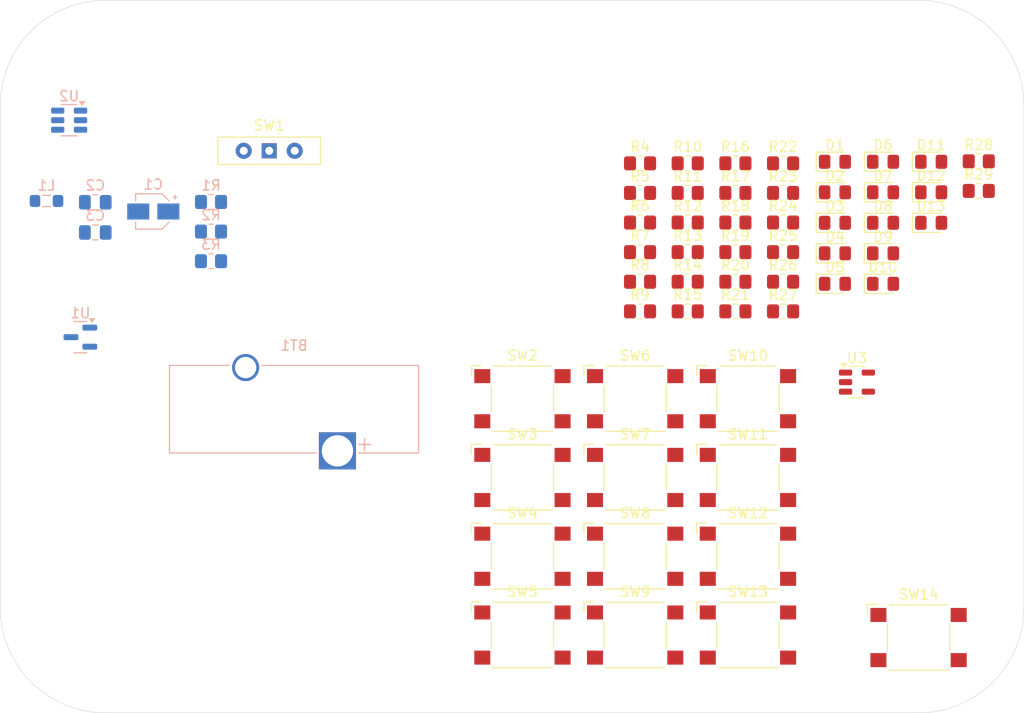
<source format=kicad_pcb>
(kicad_pcb
	(version 20241229)
	(generator "pcbnew")
	(generator_version "9.0")
	(general
		(thickness 1.6)
		(legacy_teardrops no)
	)
	(paper "A4")
	(layers
		(0 "F.Cu" signal)
		(2 "B.Cu" signal)
		(9 "F.Adhes" user "F.Adhesive")
		(11 "B.Adhes" user "B.Adhesive")
		(13 "F.Paste" user)
		(15 "B.Paste" user)
		(5 "F.SilkS" user "F.Silkscreen")
		(7 "B.SilkS" user "B.Silkscreen")
		(1 "F.Mask" user)
		(3 "B.Mask" user)
		(17 "Dwgs.User" user "User.Drawings")
		(19 "Cmts.User" user "User.Comments")
		(21 "Eco1.User" user "User.Eco1")
		(23 "Eco2.User" user "User.Eco2")
		(25 "Edge.Cuts" user)
		(27 "Margin" user)
		(31 "F.CrtYd" user "F.Courtyard")
		(29 "B.CrtYd" user "B.Courtyard")
		(35 "F.Fab" user)
		(33 "B.Fab" user)
		(39 "User.1" user)
		(41 "User.2" user)
		(43 "User.3" user)
		(45 "User.4" user)
	)
	(setup
		(pad_to_mask_clearance 0)
		(allow_soldermask_bridges_in_footprints no)
		(tenting front back)
		(pcbplotparams
			(layerselection 0x00000000_00000000_55555555_5755f5ff)
			(plot_on_all_layers_selection 0x00000000_00000000_00000000_00000000)
			(disableapertmacros no)
			(usegerberextensions no)
			(usegerberattributes yes)
			(usegerberadvancedattributes yes)
			(creategerberjobfile yes)
			(dashed_line_dash_ratio 12.000000)
			(dashed_line_gap_ratio 3.000000)
			(svgprecision 4)
			(plotframeref no)
			(mode 1)
			(useauxorigin no)
			(hpglpennumber 1)
			(hpglpenspeed 20)
			(hpglpendiameter 15.000000)
			(pdf_front_fp_property_popups yes)
			(pdf_back_fp_property_popups yes)
			(pdf_metadata yes)
			(pdf_single_document no)
			(dxfpolygonmode yes)
			(dxfimperialunits yes)
			(dxfusepcbnewfont yes)
			(psnegative no)
			(psa4output no)
			(plot_black_and_white yes)
			(sketchpadsonfab no)
			(plotpadnumbers no)
			(hidednponfab no)
			(sketchdnponfab yes)
			(crossoutdnponfab yes)
			(subtractmaskfromsilk no)
			(outputformat 1)
			(mirror no)
			(drillshape 1)
			(scaleselection 1)
			(outputdirectory "")
		)
	)
	(net 0 "")
	(net 1 "GND")
	(net 2 "+10V")
	(net 3 "unconnected-(U1-NC-Pad3)")
	(net 4 "Net-(SW1-B)")
	(net 5 "+12V")
	(net 6 "/Power Unit/BATT.+3.3V")
	(net 7 "unconnected-(U2-NC-Pad6)")
	(net 8 "Net-(SW1-A)")
	(net 9 "/CV Generator/GND")
	(net 10 "/CV Generator/Button_In6")
	(net 11 "Net-(D1-A)")
	(net 12 "Net-(D2-A)")
	(net 13 "Net-(D3-A)")
	(net 14 "Net-(D4-A)")
	(net 15 "Net-(D5-A)")
	(net 16 "Net-(D6-A)")
	(net 17 "Net-(D7-A)")
	(net 18 "Net-(D8-A)")
	(net 19 "Net-(D9-A)")
	(net 20 "Net-(D10-A)")
	(net 21 "Net-(D11-A)")
	(net 22 "Net-(D12-A)")
	(net 23 "Net-(D13-A)")
	(net 24 "/CV Generator/Button_In1")
	(net 25 "/CV Generator/Button_In2")
	(net 26 "/CV Generator/Button_In3")
	(net 27 "/CV Generator/Button_In4")
	(net 28 "/CV Generator/Button_In5")
	(net 29 "/CV Generator/Button_In7")
	(net 30 "/CV Generator/Button_In8")
	(net 31 "/CV Generator/Button_In9")
	(net 32 "/CV Generator/Button_In10")
	(net 33 "/CV Generator/Button_In11")
	(net 34 "/CV Generator/Button_In12")
	(net 35 "/CV Generator/Button_In13")
	(net 36 "Net-(D1-K)")
	(net 37 "/CV Generator/CV_Out")
	(net 38 "/Keyboard Assembly/+10V")
	(footprint "Resistor_SMD:R_0805_2012Metric_Pad1.20x1.40mm_HandSolder" (layer "F.Cu") (at 108.25 58.7))
	(footprint "Resistor_SMD:R_0805_2012Metric_Pad1.20x1.40mm_HandSolder" (layer "F.Cu") (at 98.75 70.5))
	(footprint "Button_Switch_SMD:SW_SPST_Omron_B3FS-101xP" (layer "F.Cu") (at 87.03 79.2))
	(footprint "Button_Switch_SMD:SW_SPST_Omron_B3FS-101xP" (layer "F.Cu") (at 87.03 102.75))
	(footprint "Resistor_SMD:R_0805_2012Metric_Pad1.20x1.40mm_HandSolder" (layer "F.Cu") (at 113 55.75))
	(footprint "Button_Switch_SMD:SW_SPST_Omron_B3FS-101xP" (layer "F.Cu") (at 109.5 79.2))
	(footprint "Diode_SMD:D_0805_2012Metric_Pad1.15x1.40mm_HandSolder" (layer "F.Cu") (at 118.165 61.675))
	(footprint "Resistor_SMD:R_0805_2012Metric_Pad1.20x1.40mm_HandSolder" (layer "F.Cu") (at 103.5 55.75))
	(footprint "Button_Switch_THT:SW_Slide-03_Wuerth-WS-SLTV_10x2.5x6.4_P2.54mm" (layer "F.Cu") (at 61.8 54.5))
	(footprint "Diode_SMD:D_0805_2012Metric_Pad1.15x1.40mm_HandSolder" (layer "F.Cu") (at 127.755 58.635))
	(footprint "Diode_SMD:D_0805_2012Metric_Pad1.15x1.40mm_HandSolder" (layer "F.Cu") (at 122.96 64.715))
	(footprint "Diode_SMD:D_0805_2012Metric_Pad1.15x1.40mm_HandSolder" (layer "F.Cu") (at 118.165 55.595))
	(footprint "Diode_SMD:D_0805_2012Metric_Pad1.15x1.40mm_HandSolder" (layer "F.Cu") (at 118.165 58.635))
	(footprint "Diode_SMD:D_0805_2012Metric_Pad1.15x1.40mm_HandSolder" (layer "F.Cu") (at 118.165 67.755))
	(footprint "Button_Switch_SMD:SW_SPST_Omron_B3FS-101xP" (layer "F.Cu") (at 98.265 79.2))
	(footprint "Diode_SMD:D_0805_2012Metric_Pad1.15x1.40mm_HandSolder" (layer "F.Cu") (at 122.96 58.635))
	(footprint "Resistor_SMD:R_0805_2012Metric_Pad1.20x1.40mm_HandSolder" (layer "F.Cu") (at 113 64.6))
	(footprint "Diode_SMD:D_0805_2012Metric_Pad1.15x1.40mm_HandSolder" (layer "F.Cu") (at 127.755 61.675))
	(footprint "Button_Switch_SMD:SW_SPST_Omron_B3FS-101xP" (layer "F.Cu") (at 98.265 102.75))
	(footprint "Button_Switch_SMD:SW_SPST_Omron_B3FS-101xP" (layer "F.Cu") (at 98.265 87.05))
	(footprint "Resistor_SMD:R_0805_2012Metric_Pad1.20x1.40mm_HandSolder" (layer "F.Cu") (at 98.75 58.7))
	(footprint "Diode_SMD:D_0805_2012Metric_Pad1.15x1.40mm_HandSolder" (layer "F.Cu") (at 122.96 67.755))
	(footprint "Resistor_SMD:R_0805_2012Metric_Pad1.20x1.40mm_HandSolder" (layer "F.Cu") (at 108.25 55.75))
	(footprint "Button_Switch_SMD:SW_SPST_Omron_B3FS-101xP" (layer "F.Cu") (at 87.03 94.9))
	(footprint "Button_Switch_SMD:SW_SPST_Omron_B3FS-101xP" (layer "F.Cu") (at 109.5 87.05))
	(footprint "Button_Switch_SMD:SW_SPST_Omron_B3FS-101xP" (layer "F.Cu") (at 109.5 102.75))
	(footprint "Diode_SMD:D_0805_2012Metric_Pad1.15x1.40mm_HandSolder" (layer "F.Cu") (at 127.755 55.595))
	(footprint "Resistor_SMD:R_0805_2012Metric_Pad1.20x1.40mm_HandSolder" (layer "F.Cu") (at 98.75 55.75))
	(footprint "Package_TO_SOT_SMD:TSOT-23-5" (layer "F.Cu") (at 120.3625 77.55))
	(footprint "Button_Switch_SMD:SW_SPST_Omron_B3FS-101xP" (layer "F.Cu") (at 126.5 103))
	(footprint "Resistor_SMD:R_0805_2012Metric_Pad1.20x1.40mm_HandSolder" (layer "F.Cu") (at 103.5 64.6))
	(footprint "Resistor_SMD:R_0805_2012Metric_Pad1.20x1.40mm_HandSolder" (layer "F.Cu") (at 98.75 61.65))
	(footprint "Resistor_SMD:R_0805_2012Metric_Pad1.20x1.40mm_HandSolder" (layer "F.Cu") (at 132.5 55.55))
	(footprint "Button_Switch_SMD:SW_SPST_Omron_B3FS-101xP" (layer "F.Cu") (at 98.265 94.9))
	(footprint "Resistor_SMD:R_0805_2012Metric_Pad1.20x1.40mm_HandSolder" (layer "F.Cu") (at 113 61.65))
	(footprint "Resistor_SMD:R_0805_2012Metric_Pad1.20x1.40mm_HandSolder" (layer "F.Cu") (at 103.5 58.7))
	(footprint "Resistor_SMD:R_0805_2012Metric_Pad1.20x1.40mm_HandSolder" (layer "F.Cu") (at 98.75 64.6))
	(footprint "Resistor_SMD:R_0805_2012Metric_Pad1.20x1.40mm_HandSolder" (layer "F.Cu") (at 132.5 58.5))
	(footprint "Resistor_SMD:R_0805_2012Metric_Pad1.20x1.40mm_HandSolder"
		(layer "F.Cu")
		(uuid "bcd43d03-dcc9-4e82-b45f-318df8941c64")
		(at 103.5 61.65)
		(descr "Resistor SMD 0805 (2012 Metric), square (rectangular) end terminal, IPC-7351 nominal with elongated pad for handsoldering. (Body size source: IPC-SM-782 page 72, https://www.pcb-3d.com/wordpress/wp-content/uploads/ipc-sm-782a_amendment_1_and_2.pdf), generated with kicad-footprint-generator")
		(tags "resistor handsolder")
		(property "Reference" "R12"
			(at 0 -1.65 0)
			(layer "F.SilkS")
			(uuid "2b926cdd-8bb1-436a-b7fa-ce23ffb84ae1")
			(effects
				(font
					(size 1 1)
					(thickness 0.15)
				)
			)
		)
		(property "Value" "R"
			(at 0 1.65 0)
			(layer "F.Fab")
			(uuid "0f2b809c-bfe2-4b41-817d-0e2a99b593b2")
			(effects
				(font
					(size 1 1)
					(thickness 0.15)
				)
			)
		)
		(property "Datasheet" "~"
			(at 0 0 0)
			(layer "F.Fab")
			(hide yes)
			(uuid "bae6e6d4-0682-46c1-bccd-3e516b80f3f6")
			(effects
				(font
					(size 1.27 1.27)
					(thickness 0.15)
				)
			)
		)
		(property "Description" "Resistor"
			(at 0 0 0)
			(layer "F.Fab")
			(hide yes)
			(uuid "9f41e656-64c5-49b6-8186-12c4c50041f0")
			(effects
				(font
					(size 1.27 1.27)
					(thickness 0.15)
				)
			)
		)
		(property ki_fp_filters "R_*")
		(path "/50a2f438-c8ed-40ef-9c81-db8eb25615b7/c1b5a9a6-9dde-4c3e-9f6f-2eea377a6831")
		(sheetname "/CV Generator/")
		(sheetfile "CV Gen.kicad_sch")
		(attr smd)
		(fp_line
			(start -0.227064 -0.735)
			(end 0.227064 -0.735)
			(stroke
				(width 0.12)
				(type solid)
			)
			(layer "F.SilkS")
			(uuid "3b84d419-26ce-48f7-a53f-17fc7d6fe9e0")
		)
		(fp_line
			(start -0.227064 0.735)
			(end 0.227064 0.735)
			(stroke
				(width 0.12)
				(type solid)
			)
			(layer "F.SilkS")
			(uuid "f8bf3fee-bcba-4318-8c95-2b74982db8e3")
		)
		(fp_line
			(start -1.85 -0.95)
			(end 1.85 -0.95)
			(stroke
				(width 0.05)
				(type solid)
			)
			(layer "F.CrtYd")
			(uuid "39ef5b55-73f4-4621-b30f-7ac1cc2b925a")
		)
		(fp_line
			(start -1.85 0.95)
			(end -1.85 -0.95)
			(stroke
				(width 0.05)
				(type solid)
			)
			(layer "F.CrtYd")
			(uuid "ee9b34e4-55cc-492b-9c87-160207549c92")
		)
		(fp_line
			(start 1.85 -0.95)
			(end 1.85 0.95)
			(stroke
				(width 0.05)
				(type solid)
			)
			(layer "F.CrtYd")
			(uuid "709261c7-6052-41fd-ade6-add530e2bb95")
		)
		(fp_line
			(start 1.85 0.95)
			(end -1.85 0.95)
			(stroke
				(width 0.05)
				(type solid)
			)
			(layer "F.CrtYd")
			(uuid "27864b79-9549-4dd2-9f9f-49145233b04e")
		)
		(fp_line
			(start -1 -0.625)
			(end 1 -0.625)
			(stroke
				(width 0.1)
				(type solid)
			)
			(layer "F.Fab")
			(uuid "4eebc79c-b4ec-46d0-bf80-5fc176558e01")
		)
		(fp_line
			(start -1 0.625)
			(end -1 -0.625)
			(stroke
				(width 0.1)
				(type solid)
			)
			(layer "F.Fab")
			(uuid "f3138eae-cb82-4963-bb11-ac4d68c54918")
		)
		(fp_line
			(start 1 -0.625)
			(end 1 0.625)
			(stroke
				(width 0.1)
				(type solid)
			)
			(layer "F.Fab")
			(uuid "72827fcf-ad6e-4ebe-9a0e-5ac289e27970")
		)
		(fp_line
			(st
... [123365 chars truncated]
</source>
